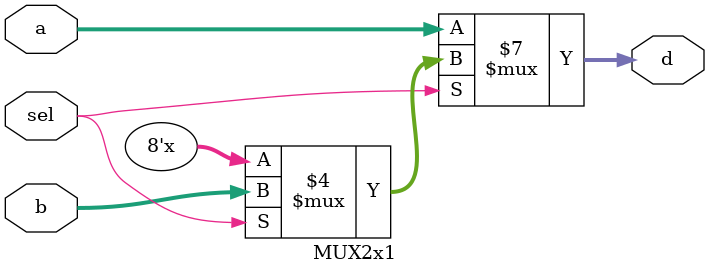
<source format=v>
`timescale 1ns / 1ps


module MUX2x1 #(parameter DATAWIDTH = 8)(a,b,sel,d);

    input [DATAWIDTH -1:0]a, b;
    input sel;
    output reg [DATAWIDTH -1:0] d;
    
    always@(*) begin
        
        if(sel == 0) begin
            d<=a;
        end //sel==0
        else if(sel == 1) begin
            d<=b;
        end//sel == 1
    end //always@(*)
endmodule

//input [DATAWIDTH-1:0] a, b;
//wire [DATAWIDTH:0] t;
//output reg [DATAWIDTH - 1:0] s;

//t <= a + b;
//s <= t[DATAWIDTH - 1:0];
</source>
